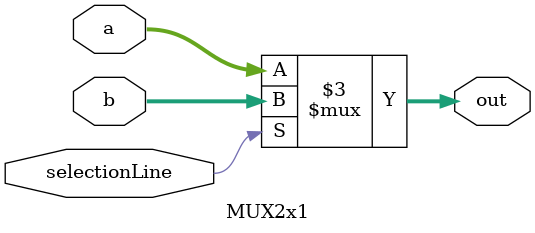
<source format=v>
module MUX2x1 (
    input wire [31:0] a,
    input wire [31:0] b,
    input wire selectionLine,
    output reg [31:0] out
);

    always @(a or b or selectionLine)
    begin
        if (selectionLine)
            out = b;
        else
            out = a;
    end

endmodule

</source>
